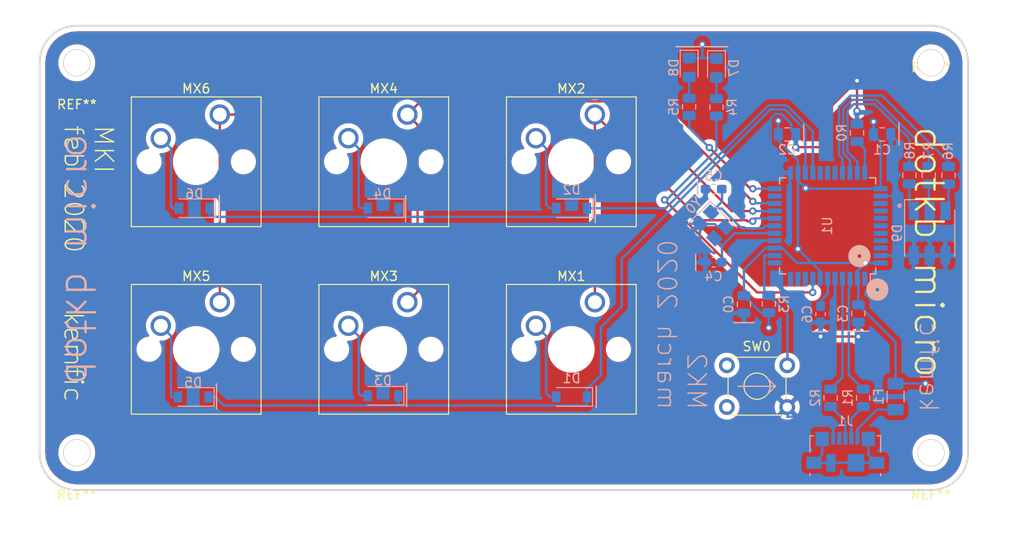
<source format=kicad_pcb>
(kicad_pcb (version 20171130) (host pcbnew 5.1.5-52549c5~84~ubuntu18.04.1)
  (layers (0 F.Cu signal) (31 B.Cu signal) (34 B.Paste user) (35 F.Paste user) (36 B.SilkS user) (37 F.SilkS user) (38 B.Mask user) (39 F.Mask user) (44 Edge.Cuts user))
  (net 0 "")
  (net 1 GND)
  (net 2 +5V)
  (net 3 "Net-(C4-Pad1)")
  (net 4 "Net-(C5-Pad1)")
  (net 5 "Net-(C6-Pad1)")
  (net 6 "Net-(D1-Pad2)")
  (net 7 ROW0)
  (net 8 ROW1)
  (net 9 "Net-(D2-Pad2)")
  (net 10 "Net-(D3-Pad2)")
  (net 11 "Net-(D4-Pad2)")
  (net 12 "Net-(D5-Pad2)")
  (net 13 "Net-(D6-Pad2)")
  (net 14 "Net-(F1-Pad2)")
  (net 15 "Net-(J1-Pad2)")
  (net 16 "Net-(J1-Pad3)")
  (net 17 "Net-(J1-Pad4)")
  (net 18 "Net-(J1-Pad6)")
  (net 19 COL0)
  (net 20 COL1)
  (net 21 COL2)
  (net 22 "Net-(R0-Pad2)")
  (net 23 "Net-(R1-Pad1)")
  (net 24 "Net-(R2-Pad1)")
  (net 25 "Net-(R3-Pad2)")
  (net 26 "Net-(U1-Pad1)")
  (net 27 "Net-(U1-Pad9)")
  (net 28 "Net-(U1-Pad10)")
  (net 29 "Net-(U1-Pad11)")
  (net 30 "Net-(U1-Pad12)")
  (net 31 "Net-(U1-Pad27)")
  (net 32 "Net-(U1-Pad28)")
  (net 33 "Net-(U1-Pad29)")
  (net 34 "Net-(U1-Pad36)")
  (net 35 "Net-(U1-Pad37)")
  (net 36 "Net-(U1-Pad38)")
  (net 37 "Net-(U1-Pad39)")
  (net 38 "Net-(U1-Pad40)")
  (net 39 "Net-(U1-Pad41)")
  (net 40 "Net-(U1-Pad42)")
  (net 41 "Net-(U1-Pad21)")
  (net 42 "Net-(D7-Pad2)")
  (net 43 "Net-(D8-Pad2)")
  (net 44 "Net-(R4-Pad2)")
  (net 45 "Net-(R5-Pad2)")
  (net 46 "Net-(D9-Pad5)")
  (net 47 "Net-(R6-Pad2)")
  (net 48 "Net-(R7-Pad2)")
  (net 49 "Net-(R8-Pad2)")
  (net 50 "Net-(D9-Pad1)")
  (net 51 "Net-(D9-Pad3)")
  (module Button_Switch_THT:SW_TH_Tactile_Omron_B3F-10xx (layer F.Cu) (at 134.9756 108.9152 180)
    (fp_text reference SW0 (at 3.2766 6.5278 180) (layer F.SilkS))
    (fp_text value SW_Push)
    (pad 4 thru_hole circle (at 6.5 4.5 180) (size 1.7 1.7) (drill 1) (layers *.Cu *.Mask))
    (pad 2 thru_hole circle (at 0 4.5 180) (size 1.7 1.7) (drill 1) (layers *.Cu *.Mask) (net 25 "Net-(R3-Pad2)"))
    (pad 3 thru_hole circle (at 6.5 0 180) (size 1.7 1.7) (drill 1) (layers *.Cu *.Mask))
    (pad 1 thru_hole circle (at 0 0 180) (size 1.7 1.7) (drill 1) (layers *.Cu *.Mask) (net 1 GND))
  )
  (module hole:hole (layer F.Cu) (at 58.4708 75.8312)
    (fp_text reference REF** (at 0 0.5) (layer F.SilkS))
    (fp_text value hole)
    (pad "" np_thru_hole circle (at -0.0127 -3.9884) (size 2.75 2.75) (drill 2.75) (layers *.Cu *.Mask))
  )
  (module hole:hole (layer F.Cu) (at 58.4708 117.8428)
    (fp_text reference REF** (at 0 0.5) (layer F.SilkS))
    (fp_text value hole)
    (pad "" np_thru_hole circle (at -0.0127 -4) (size 2.75 2.75) (drill 2.75) (layers *.Cu *.Mask))
  )
  (module hole:hole (layer F.Cu) (at 150.4581 117.8428)
    (fp_text reference REF** (at 0 0.5) (layer F.SilkS))
    (fp_text value hole)
    (pad "" np_thru_hole circle (at 0 -4) (size 2.75 2.75) (drill 2.75) (layers *.Cu *.Mask))
  )
  (module hole:hole (layer F.Cu) (at 150.4696 71.8312)
    (fp_text reference REF** (at 0 0.5) (layer F.SilkS))
    (fp_text value hole)
    (pad "" np_thru_hole circle (at -0.0115 0.0116) (size 2.75 2.75) (drill 2.75) (layers *.Cu *.Mask))
  )
  (module Capacitor_SMD:C_0603_1608Metric_Pad1.05x0.95mm_HandSolder (layer B.Cu) (at 138.5697 98.9203 270)
    (fp_text reference C6 (at 0 1.43 90) (layer B.SilkS) (effects (justify mirror)))
    (fp_text value 1uF)
    (pad 2 smd roundrect (at 0.875 0 270) (size 1.05 0.95) (layers B.Cu B.Paste B.Mask) (net 1 GND))
    (pad 1 smd roundrect (at -0.875 0 270) (size 1.05 0.95) (layers B.Cu B.Paste B.Mask) (net 5 "Net-(C6-Pad1)"))
  )
  (module Capacitor_SMD:C_0603_1608Metric_Pad1.05x0.95mm_HandSolder (layer B.Cu) (at 127.0508 85.4456 180)
    (fp_text reference C5 (at 0 1.43) (layer B.SilkS) (effects (justify mirror)))
    (fp_text value 22pF)
    (pad 2 smd roundrect (at 0.875 0 180) (size 1.05 0.95) (layers B.Cu B.Paste B.Mask) (net 1 GND))
    (pad 1 smd roundrect (at -0.875 0 180) (size 1.05 0.95) (layers B.Cu B.Paste B.Mask) (net 4 "Net-(C5-Pad1)"))
  )
  (module Capacitor_SMD:C_0603_1608Metric_Pad1.05x0.95mm_HandSolder (layer B.Cu) (at 127.0508 93.3196 180)
    (fp_text reference C4 (at 0 -1.524) (layer B.SilkS) (effects (justify mirror)))
    (fp_text value 22pF)
    (pad 2 smd roundrect (at 0.875 0 180) (size 1.05 0.95) (layers B.Cu B.Paste B.Mask) (net 1 GND))
    (pad 1 smd roundrect (at -0.875 0 180) (size 1.05 0.95) (layers B.Cu B.Paste B.Mask) (net 3 "Net-(C4-Pad1)"))
  )
  (module Resistor_SMD:R_0805_2012Metric (layer B.Cu) (at 139.6492 107.9269 270)
    (fp_text reference R2 (at 0 1.65 90) (layer B.SilkS) (effects (justify mirror)))
    (fp_text value 22)
    (pad 2 smd roundrect (at 0.9375 0 270) (size 0.975 1.4) (layers B.Cu B.Paste B.Mask) (net 16 "Net-(J1-Pad3)"))
    (pad 1 smd roundrect (at -0.9375 0 270) (size 0.975 1.4) (layers B.Cu B.Paste B.Mask) (net 24 "Net-(R2-Pad1)"))
  )
  (module Resistor_SMD:R_0805_2012Metric (layer B.Cu) (at 143.1544 107.9269 270)
    (fp_text reference R1 (at 0 1.65 90) (layer B.SilkS) (effects (justify mirror)))
    (fp_text value 22)
    (pad 2 smd roundrect (at 0.9375 0 270) (size 0.975 1.4) (layers B.Cu B.Paste B.Mask) (net 15 "Net-(J1-Pad2)"))
    (pad 1 smd roundrect (at -0.9375 0 270) (size 0.975 1.4) (layers B.Cu B.Paste B.Mask) (net 23 "Net-(R1-Pad1)"))
  )
  (module adafruit_led:LED_RGB_5050-6-135 (layer B.Cu) (at 150.3172 90.1824 270)
    (fp_text reference D9 (at 0 3.5 90) (layer B.SilkS) (effects (justify mirror)))
    (fp_text value LED_RGB_OTHER)
    (pad 1 smd rect (at -2.4 1.7 180) (size 1.1 2) (layers B.Cu B.Paste B.Mask) (net 50 "Net-(D9-Pad1)"))
    (pad 3 smd rect (at -2.4 0 180) (size 1.1 2) (layers B.Cu B.Paste B.Mask) (net 51 "Net-(D9-Pad3)"))
    (pad 5 smd rect (at -2.4 -1.7 180) (size 1.1 2) (layers B.Cu B.Paste B.Mask) (net 46 "Net-(D9-Pad5)"))
    (pad 6 smd rect (at 2.4 -1.7 180) (size 1.1 2) (layers B.Cu B.Paste B.Mask) (net 1 GND))
    (pad 4 smd rect (at 2.4 0 180) (size 1.1 2) (layers B.Cu B.Paste B.Mask) (net 1 GND))
    (pad 2 smd rect (at 2.4 1.7 180) (size 1.1 2) (layers B.Cu B.Paste B.Mask) (net 1 GND))
  )
  (module Resistor_SMD:R_0805_2012Metric (layer B.Cu) (at 148.1328 83.9493 90)
    (fp_text reference R8 (at 2.6693 0.0508 90) (layer B.SilkS) (effects (justify mirror)))
    (fp_text value 330)
    (pad 2 smd roundrect (at 0.9375 0 90) (size 0.975 1.4) (layers B.Cu B.Paste B.Mask) (net 49 "Net-(R8-Pad2)"))
    (pad 1 smd roundrect (at -0.9375 0 90) (size 0.975 1.4) (layers B.Cu B.Paste B.Mask) (net 50 "Net-(D9-Pad1)"))
  )
  (module Resistor_SMD:R_0805_2012Metric (layer B.Cu) (at 150.2156 83.9493 90)
    (fp_text reference R7 (at 2.6693 0 90) (layer B.SilkS) (effects (justify mirror)))
    (fp_text value 330)
    (pad 2 smd roundrect (at 0.9375 0 90) (size 0.975 1.4) (layers B.Cu B.Paste B.Mask) (net 48 "Net-(R7-Pad2)"))
    (pad 1 smd roundrect (at -0.9375 0 90) (size 0.975 1.4) (layers B.Cu B.Paste B.Mask) (net 51 "Net-(D9-Pad3)"))
  )
  (module Resistor_SMD:R_0805_2012Metric (layer B.Cu) (at 152.3492 83.9493 90)
    (fp_text reference R6 (at 2.6185 -0.0508 90) (layer B.SilkS) (effects (justify mirror)))
    (fp_text value 330)
    (pad 2 smd roundrect (at 0.9375 0 90) (size 0.975 1.4) (layers B.Cu B.Paste B.Mask) (net 47 "Net-(R6-Pad2)"))
    (pad 1 smd roundrect (at -0.9375 0 90) (size 0.975 1.4) (layers B.Cu B.Paste B.Mask) (net 46 "Net-(D9-Pad5)"))
  )
  (module Resistor_SMD:R_0805_2012Metric (layer B.Cu) (at 124.4092 76.5787 270)
    (fp_text reference R5 (at 0 1.65 90) (layer B.SilkS) (effects (justify mirror)))
    (fp_text value 330)
    (pad 2 smd roundrect (at 0.9375 0 270) (size 0.975 1.4) (layers B.Cu B.Paste B.Mask) (net 45 "Net-(R5-Pad2)"))
    (pad 1 smd roundrect (at -0.9375 0 270) (size 0.975 1.4) (layers B.Cu B.Paste B.Mask) (net 43 "Net-(D8-Pad2)"))
  )
  (module Resistor_SMD:R_0805_2012Metric (layer B.Cu) (at 127.3556 76.6295 270)
    (fp_text reference R4 (at 0 -1.6764 90) (layer B.SilkS) (effects (justify mirror)))
    (fp_text value 330)
    (pad 2 smd roundrect (at 0.9375 0 270) (size 0.975 1.4) (layers B.Cu B.Paste B.Mask) (net 44 "Net-(R4-Pad2)"))
    (pad 1 smd roundrect (at -0.9375 0 270) (size 0.975 1.4) (layers B.Cu B.Paste B.Mask) (net 42 "Net-(D7-Pad2)"))
  )
  (module LED_SMD:LED_0805_2012Metric_Pad1.15x1.40mm_HandSolder (layer B.Cu) (at 124.4092 72.3482 270)
    (fp_text reference D8 (at 0 1.65 90) (layer B.SilkS) (effects (justify mirror)))
    (fp_text value LED_GRN)
    (pad 2 smd roundrect (at 1.025 0 270) (size 1.15 1.4) (layers B.Cu B.Paste B.Mask) (roundrect_rratio 0.217391) (net 43 "Net-(D8-Pad2)"))
    (pad 1 smd roundrect (at -1.025 0 270) (size 1.15 1.4) (layers B.Cu B.Paste B.Mask) (roundrect_rratio 0.217391) (net 2 +5V))
  )
  (module LED_SMD:LED_0805_2012Metric_Pad1.15x1.40mm_HandSolder (layer B.Cu) (at 127.3556 72.399 270)
    (fp_text reference D7 (at -0.009 -1.8796 90) (layer B.SilkS) (effects (justify mirror)))
    (fp_text value LED_YLW)
    (pad 2 smd roundrect (at 1.025 0 270) (size 1.15 1.4) (layers B.Cu B.Paste B.Mask) (roundrect_rratio 0.217391) (net 42 "Net-(D7-Pad2)"))
    (pad 1 smd roundrect (at -1.025 0 270) (size 1.15 1.4) (layers B.Cu B.Paste B.Mask) (roundrect_rratio 0.217391) (net 2 +5V))
  )
  (module Capacitor_SMD:C_0805_2012Metric (layer B.Cu) (at 130.3147 97.8512 270)
    (fp_text reference C0 (at 0 1.65 90) (layer B.SilkS) (effects (justify mirror)))
    (fp_text value 0.1uF)
    (pad 2 smd roundrect (at 0.9375 0 270) (size 0.975 1.4) (layers B.Cu B.Paste B.Mask) (net 1 GND))
    (pad 1 smd roundrect (at -0.9375 0 270) (size 0.975 1.4) (layers B.Cu B.Paste B.Mask) (net 2 +5V))
  )
  (module Capacitor_SMD:C_0805_2012Metric (layer B.Cu) (at 145.1968 79.5528)
    (fp_text reference C1 (at 0 1.65 180) (layer B.SilkS) (effects (justify mirror)))
    (fp_text value 0.1uF)
    (pad 1 smd roundrect (at -0.9375 0) (size 0.975 1.4) (layers B.Cu B.Paste B.Mask) (net 2 +5V))
    (pad 2 smd roundrect (at 0.9375 0) (size 0.975 1.4) (layers B.Cu B.Paste B.Mask) (net 1 GND))
  )
  (module Capacitor_SMD:C_0805_2012Metric (layer B.Cu) (at 134.9652 79.5528)
    (fp_text reference C2 (at 0 1.65) (layer B.SilkS) (effects (justify mirror)))
    (fp_text value 0.1uF)
    (pad 1 smd roundrect (at -0.9375 0) (size 0.975 1.4) (layers B.Cu B.Paste B.Mask) (net 2 +5V))
    (pad 2 smd roundrect (at 0.9375 0) (size 0.975 1.4) (layers B.Cu B.Paste B.Mask) (net 1 GND))
  )
  (module Capacitor_SMD:C_0805_2012Metric (layer B.Cu) (at 142.6337 98.8418 270)
    (fp_text reference C3 (at 0 1.65 90) (layer B.SilkS) (effects (justify mirror)))
    (fp_text value 10uF)
    (pad 1 smd roundrect (at -0.9375 0 270) (size 0.975 1.4) (layers B.Cu B.Paste B.Mask) (net 2 +5V))
    (pad 2 smd roundrect (at 0.9375 0 270) (size 0.975 1.4) (layers B.Cu B.Paste B.Mask) (net 1 GND))
  )
  (module Diode_SMD:D_SOD-123 (layer B.Cu) (at 111.76 107.823 180)
    (fp_text reference D1 (at 0 2 180) (layer B.SilkS) (effects (justify mirror)))
    (fp_text value *)
    (pad 2 smd rect (at 1.65 0 180) (size 0.9 1.2) (layers B.Cu B.Paste B.Mask) (net 6 "Net-(D1-Pad2)"))
    (pad 1 smd rect (at -1.65 0 180) (size 0.9 1.2) (layers B.Cu B.Paste B.Mask) (net 7 ROW0))
  )
  (module Diode_SMD:D_SOD-123 (layer B.Cu) (at 111.759 87.503 180)
    (fp_text reference D2 (at 0 2 180) (layer B.SilkS) (effects (justify mirror)))
    (fp_text value *)
    (pad 1 smd rect (at -1.65 0 180) (size 0.9 1.2) (layers B.Cu B.Paste B.Mask) (net 8 ROW1))
    (pad 2 smd rect (at 1.65 0 180) (size 0.9 1.2) (layers B.Cu B.Paste B.Mask) (net 9 "Net-(D2-Pad2)"))
  )
  (module Diode_SMD:D_SOD-123 (layer B.Cu) (at 91.44 107.696 180)
    (fp_text reference D3 (at 0 1.6256 180) (layer B.SilkS) (effects (justify mirror)))
    (fp_text value *)
    (pad 1 smd rect (at -1.65 0 180) (size 0.9 1.2) (layers B.Cu B.Paste B.Mask) (net 7 ROW0))
    (pad 2 smd rect (at 1.65 0 180) (size 0.9 1.2) (layers B.Cu B.Paste B.Mask) (net 10 "Net-(D3-Pad2)"))
  )
  (module Diode_SMD:D_SOD-123 (layer B.Cu) (at 91.439 87.503 180)
    (fp_text reference D4 (at 0.0498 1.5494 180) (layer B.SilkS) (effects (justify mirror)))
    (fp_text value *)
    (pad 2 smd rect (at 1.65 0 180) (size 0.9 1.2) (layers B.Cu B.Paste B.Mask) (net 11 "Net-(D4-Pad2)"))
    (pad 1 smd rect (at -1.65 0 180) (size 0.9 1.2) (layers B.Cu B.Paste B.Mask) (net 8 ROW1))
  )
  (module Diode_SMD:D_SOD-123 (layer B.Cu) (at 70.994 107.823 180)
    (fp_text reference D5 (at 0 1.5494 180) (layer B.SilkS) (effects (justify mirror)))
    (fp_text value *)
    (pad 1 smd rect (at -1.65 0 180) (size 0.9 1.2) (layers B.Cu B.Paste B.Mask) (net 7 ROW0))
    (pad 2 smd rect (at 1.65 0 180) (size 0.9 1.2) (layers B.Cu B.Paste B.Mask) (net 12 "Net-(D5-Pad2)"))
  )
  (module Diode_SMD:D_SOD-123 (layer B.Cu) (at 71.121 87.503 180)
    (fp_text reference D6 (at 0.001 1.5494) (layer B.SilkS) (effects (justify mirror)))
    (fp_text value *)
    (pad 2 smd rect (at 1.65 0 180) (size 0.9 1.2) (layers B.Cu B.Paste B.Mask) (net 13 "Net-(D6-Pad2)"))
    (pad 1 smd rect (at -1.65 0 180) (size 0.9 1.2) (layers B.Cu B.Paste B.Mask) (net 8 ROW1))
  )
  (module Fuse:Fuse_1206_3216Metric (layer B.Cu) (at 146.6469 107.7946 270)
    (fp_text reference F1 (at 0 1.82 270) (layer B.SilkS) (effects (justify mirror)))
    (fp_text value 500mA)
    (pad 1 smd roundrect (at -1.4 0 270) (size 1.25 1.75) (layers B.Cu B.Paste B.Mask) (roundrect_rratio 0.2) (net 2 +5V))
    (pad 2 smd roundrect (at 1.4 0 270) (size 1.25 1.75) (layers B.Cu B.Paste B.Mask) (roundrect_rratio 0.2) (net 14 "Net-(F1-Pad2)"))
  )
  (module Connector_USB:USB_Micro-B_Molex_47346-0001 (layer B.Cu) (at 141.2297 113.7223 180)
    (fp_text reference J1 (at 0 3.3 180) (layer B.SilkS) (effects (justify mirror)))
    (fp_text value USB_B_Mini)
    (pad 1 smd rect (at -1.3 1.46 180) (size 0.45 1.38) (layers B.Cu B.Paste B.Mask) (net 14 "Net-(F1-Pad2)"))
    (pad 2 smd rect (at -0.65 1.46 180) (size 0.45 1.38) (layers B.Cu B.Paste B.Mask) (net 15 "Net-(J1-Pad2)"))
    (pad 3 smd rect (at 0 1.46 180) (size 0.45 1.38) (layers B.Cu B.Paste B.Mask) (net 16 "Net-(J1-Pad3)"))
    (pad 4 smd rect (at 0.65 1.46 180) (size 0.45 1.38) (layers B.Cu B.Paste B.Mask) (net 17 "Net-(J1-Pad4)"))
    (pad 5 smd rect (at 1.3 1.46 180) (size 0.45 1.38) (layers B.Cu B.Paste B.Mask) (net 1 GND))
    (pad 6 smd rect (at -2.4875 1.375 180) (size 1.425 1.55) (layers B.Cu B.Paste B.Mask) (net 18 "Net-(J1-Pad6)"))
    (pad 6 smd rect (at 2.4875 1.375 180) (size 1.425 1.55) (layers B.Cu B.Paste B.Mask) (net 18 "Net-(J1-Pad6)"))
    (pad 6 smd rect (at -3.375 -1.2 180) (size 1.65 1.3) (layers B.Cu B.Paste B.Mask) (net 18 "Net-(J1-Pad6)"))
    (pad 6 smd rect (at 3.375 -1.2 180) (size 1.65 1.3) (layers B.Cu B.Paste B.Mask) (net 18 "Net-(J1-Pad6)"))
    (pad 6 smd rect (at -1.15 -1.2 180) (size 1.8 1.9) (layers B.Cu B.Paste B.Mask) (net 18 "Net-(J1-Pad6)"))
    (pad 6 smd rect (at 1.55 -1.2 180) (size 1 1.9) (layers B.Cu B.Paste B.Mask) (net 18 "Net-(J1-Pad6)"))
  )
  (module Button_Switch_Keyboard:SW_Cherry_MX_1.00u_PCB (layer F.Cu) (at 114.262001 97.618001)
    (fp_text reference MX1 (at -2.54 -2.794) (layer F.SilkS))
    (fp_text value MX-NoLED)
    (pad "" np_thru_hole circle (at 2.54 5.08) (size 1.7 1.7) (drill 1.7) (layers *.Cu *.Mask))
    (pad "" np_thru_hole circle (at -7.62 5.08) (size 1.7 1.7) (drill 1.7) (layers *.Cu *.Mask))
    (pad "" np_thru_hole circle (at -2.54 5.08) (size 4 4) (drill 4) (layers *.Cu *.Mask))
    (pad 2 thru_hole circle (at -6.35 2.54) (size 2.2 2.2) (drill 1.5) (layers *.Cu *.Mask) (net 6 "Net-(D1-Pad2)"))
    (pad 1 thru_hole circle (at 0 0) (size 2.2 2.2) (drill 1.5) (layers *.Cu *.Mask) (net 19 COL0))
  )
  (module Button_Switch_Keyboard:SW_Cherry_MX_1.00u_PCB (layer F.Cu) (at 114.262001 77.418001)
    (fp_text reference MX2 (at -2.54 -2.794) (layer F.SilkS))
    (fp_text value MX-NoLED)
    (pad "" np_thru_hole circle (at 2.54 5.08) (size 1.7 1.7) (drill 1.7) (layers *.Cu *.Mask))
    (pad "" np_thru_hole circle (at -7.62 5.08) (size 1.7 1.7) (drill 1.7) (layers *.Cu *.Mask))
    (pad "" np_thru_hole circle (at -2.54 5.08) (size 4 4) (drill 4) (layers *.Cu *.Mask))
    (pad 2 thru_hole circle (at -6.35 2.54) (size 2.2 2.2) (drill 1.5) (layers *.Cu *.Mask) (net 9 "Net-(D2-Pad2)"))
    (pad 1 thru_hole circle (at 0 0) (size 2.2 2.2) (drill 1.5) (layers *.Cu *.Mask) (net 19 COL0))
  )
  (module Button_Switch_Keyboard:SW_Cherry_MX_1.00u_PCB (layer F.Cu) (at 94.062001 97.618001)
    (fp_text reference MX3 (at -2.54 -2.794) (layer F.SilkS))
    (fp_text value MX-NoLED)
    (pad 1 thru_hole circle (at 0 0) (size 2.2 2.2) (drill 1.5) (layers *.Cu *.Mask) (net 20 COL1))
    (pad 2 thru_hole circle (at -6.35 2.54) (size 2.2 2.2) (drill 1.5) (layers *.Cu *.Mask) (net 10 "Net-(D3-Pad2)"))
    (pad "" np_thru_hole circle (at -2.54 5.08) (size 4 4) (drill 4) (layers *.Cu *.Mask))
    (pad "" np_thru_hole circle (at -7.62 5.08) (size 1.7 1.7) (drill 1.7) (layers *.Cu *.Mask))
    (pad "" np_thru_hole circle (at 2.54 5.08) (size 1.7 1.7) (drill 1.7) (layers *.Cu *.Mask))
  )
  (module Button_Switch_Keyboard:SW_Cherry_MX_1.00u_PCB (layer F.Cu) (at 94.062001 77.418001)
    (fp_text reference MX4 (at -2.54 -2.794) (layer F.SilkS))
    (fp_text value MX-NoLED)
    (pad 1 thru_hole circle (at 0 0) (size 2.2 2.2) (drill 1.5) (layers *.Cu *.Mask) (net 20 COL1))
    (pad 2 thru_hole circle (at -6.35 2.54) (size 2.2 2.2) (drill 1.5) (layers *.Cu *.Mask) (net 11 "Net-(D4-Pad2)"))
    (pad "" np_thru_hole circle (at -2.54 5.08) (size 4 4) (drill 4) (layers *.Cu *.Mask))
    (pad "" np_thru_hole circle (at -7.62 5.08) (size 1.7 1.7) (drill 1.7) (layers *.Cu *.Mask))
    (pad "" np_thru_hole circle (at 2.54 5.08) (size 1.7 1.7) (drill 1.7) (layers *.Cu *.Mask))
  )
  (module Button_Switch_Keyboard:SW_Cherry_MX_1.00u_PCB (layer F.Cu) (at 73.862001 97.618001)
    (fp_text reference MX5 (at -2.54 -2.794) (layer F.SilkS))
    (fp_text value MX-NoLED)
    (pad 1 thru_hole circle (at 0 0) (size 2.2 2.2) (drill 1.5) (layers *.Cu *.Mask) (net 21 COL2))
    (pad 2 thru_hole circle (at -6.35 2.54) (size 2.2 2.2) (drill 1.5) (layers *.Cu *.Mask) (net 12 "Net-(D5-Pad2)"))
    (pad "" np_thru_hole circle (at -2.54 5.08) (size 4 4) (drill 4) (layers *.Cu *.Mask))
    (pad "" np_thru_hole circle (at -7.62 5.08) (size 1.7 1.7) (drill 1.7) (layers *.Cu *.Mask))
    (pad "" np_thru_hole circle (at 2.54 5.08) (size 1.7 1.7) (drill 1.7) (layers *.Cu *.Mask))
  )
  (module Button_Switch_Keyboard:SW_Cherry_MX_1.00u_PCB (layer F.Cu) (at 73.862001 77.418001)
    (fp_text reference MX6 (at -2.54 -2.794) (layer F.SilkS))
    (fp_text value MX-NoLED)
    (pad "" np_thru_hole circle (at 2.54 5.08) (size 1.7 1.7) (drill 1.7) (layers *.Cu *.Mask))
    (pad "" np_thru_hole circle (at -7.62 5.08) (size 1.7 1.7) (drill 1.7) (layers *.Cu *.Mask))
    (pad "" np_thru_hole circle (at -2.54 5.08) (size 4 4) (drill 4) (layers *.Cu *.Mask))
    (pad 2 thru_hole circle (at -6.35 2.54) (size 2.2 2.2) (drill 1.5) (layers *.Cu *.Mask) (net 13 "Net-(D6-Pad2)"))
    (pad 1 thru_hole circle (at 0 0) (size 2.2 2.2) (drill 1.5) (layers *.Cu *.Mask) (net 21 COL2))
  )
  (module Resistor_SMD:R_0805_2012Metric (layer B.Cu) (at 142.494 79.3773 270)
    (fp_text reference R0 (at 0 1.65 270) (layer B.SilkS) (effects (justify mirror)))
    (fp_text value 10k)
    (pad 1 smd roundrect (at -0.9375 0 270) (size 0.975 1.4) (layers B.Cu B.Paste B.Mask) (net 1 GND))
    (pad 2 smd roundrect (at 0.9375 0 270) (size 0.975 1.4) (layers B.Cu B.Paste B.Mask) (net 22 "Net-(R0-Pad2)"))
  )
  (module Resistor_SMD:R_0805_2012Metric (layer B.Cu) (at 132.9944 97.8131 90)
    (fp_text reference R3 (at 0 1.65 90) (layer B.SilkS) (effects (justify mirror)))
    (fp_text value 10k)
    (pad 2 smd roundrect (at 0.9375 0 90) (size 0.975 1.4) (layers B.Cu B.Paste B.Mask) (net 25 "Net-(R3-Pad2)"))
    (pad 1 smd roundrect (at -0.9375 0 90) (size 0.975 1.4) (layers B.Cu B.Paste B.Mask) (net 2 +5V))
  )
  (module Package_QFP:TQFP-44_10x10mm_P0.8mm (layer B.Cu) (at 139.3317 89.3953 90)
    (fp_text reference U1 (at 0 -0.0381 90) (layer B.SilkS) (effects (justify mirror)))
    (fp_text value ATmega32U4-AU)
    (pad 1 smd rect (at -5.7 4 90) (size 1.5 0.55) (layers B.Cu B.Paste B.Mask) (net 26 "Net-(U1-Pad1)"))
    (pad 2 smd rect (at -5.7 3.2 90) (size 1.5 0.55) (layers B.Cu B.Paste B.Mask) (net 2 +5V))
    (pad 3 smd rect (at -5.7 2.4 90) (size 1.5 0.55) (layers B.Cu B.Paste B.Mask) (net 23 "Net-(R1-Pad1)"))
    (pad 4 smd rect (at -5.7 1.6 90) (size 1.5 0.55) (layers B.Cu B.Paste B.Mask) (net 24 "Net-(R2-Pad1)"))
    (pad 5 smd rect (at -5.7 0.8 90) (size 1.5 0.55) (layers B.Cu B.Paste B.Mask) (net 1 GND))
    (pad 6 smd rect (at -5.7 0 90) (size 1.5 0.55) (layers B.Cu B.Paste B.Mask) (net 5 "Net-(C6-Pad1)"))
    (pad 7 smd rect (at -5.7 -0.8 90) (size 1.5 0.55) (layers B.Cu B.Paste B.Mask) (net 2 +5V))
    (pad 8 smd rect (at -5.7 -1.6 90) (size 1.5 0.55) (layers B.Cu B.Paste B.Mask) (net 44 "Net-(R4-Pad2)"))
    (pad 9 smd rect (at -5.7 -2.4 90) (size 1.5 0.55) (layers B.Cu B.Paste B.Mask) (net 27 "Net-(U1-Pad9)"))
    (pad 10 smd rect (at -5.7 -3.2 90) (size 1.5 0.55) (layers B.Cu B.Paste B.Mask) (net 28 "Net-(U1-Pad10)"))
    (pad 11 smd rect (at -5.7 -4 90) (size 1.5 0.55) (layers B.Cu B.Paste B.Mask) (net 29 "Net-(U1-Pad11)"))
    (pad 12 smd rect (at -4 -5.7) (size 1.5 0.55) (layers B.Cu B.Paste B.Mask) (net 30 "Net-(U1-Pad12)"))
    (pad 13 smd rect (at -3.2 -5.7) (size 1.5 0.55) (layers B.Cu B.Paste B.Mask) (net 25 "Net-(R3-Pad2)"))
    (pad 14 smd rect (at -2.4 -5.7) (size 1.5 0.55) (layers B.Cu B.Paste B.Mask) (net 2 +5V))
    (pad 15 smd rect (at -1.6 -5.7) (size 1.5 0.55) (layers B.Cu B.Paste B.Mask) (net 1 GND))
    (pad 16 smd rect (at -0.8 -5.7) (size 1.5 0.55) (layers B.Cu B.Paste B.Mask) (net 3 "Net-(C4-Pad1)"))
    (pad 17 smd rect (at 0 -5.7) (size 1.5 0.55) (layers B.Cu B.Paste B.Mask) (net 4 "Net-(C5-Pad1)"))
    (pad 18 smd rect (at 0.8 -5.7) (size 1.5 0.55) (layers B.Cu B.Paste B.Mask) (net 19 COL0))
    (pad 19 smd rect (at 1.6 -5.7) (size 1.5 0.55) (layers B.Cu B.Paste B.Mask) (net 20 COL1))
    (pad 20 smd rect (at 2.4 -5.7) (size 1.5 0.55) (layers B.Cu B.Paste B.Mask) (net 21 COL2))
    (pad 21 smd rect (at 3.2 -5.7) (size 1.5 0.55) (layers B.Cu B.Paste B.Mask) (net 41 "Net-(U1-Pad21)"))
    (pad 22 smd rect (at 4 -5.7) (size 1.5 0.55) (layers B.Cu B.Paste B.Mask) (net 45 "Net-(R5-Pad2)"))
    (pad 23 smd rect (at 5.7 -4 90) (size 1.5 0.55) (layers B.Cu B.Paste B.Mask) (net 1 GND))
    (pad 24 smd rect (at 5.7 -3.2 90) (size 1.5 0.55) (layers B.Cu B.Paste B.Mask) (net 2 +5V))
    (pad 25 smd rect (at 5.7 -2.4 90) (size 1.5 0.55) (layers B.Cu B.Paste B.Mask) (net 7 ROW0))
    (pad 26 smd rect (at 5.7 -1.6 90) (size 1.5 0.55) (layers B.Cu B.Paste B.Mask) (net 8 ROW1))
    (pad 27 smd rect (at 5.7 -0.8 90) (size 1.5 0.55) (layers B.Cu B.Paste B.Mask) (net 31 "Net-(U1-Pad27)"))
    (pad 28 smd rect (at 5.7 0 90) (size 1.5 0.55) (layers B.Cu B.Paste B.Mask) (net 32 "Net-(U1-Pad28)"))
    (pad 29 smd rect (at 5.7 0.8 90) (size 1.5 0.55) (layers B.Cu B.Paste B.Mask) (net 33 "Net-(U1-Pad29)"))
    (pad 30 smd rect (at 5.7 1.6 90) (size 1.5 0.55) (layers B.Cu B.Paste B.Mask) (net 47 "Net-(R6-Pad2)"))
    (pad 31 smd rect (at 5.7 2.4 90) (size 1.5 0.55) (layers B.Cu B.Paste B.Mask) (net 48 "Net-(R7-Pad2)"))
    (pad 32 smd rect (at 5.7 3.2 90) (size 1.5 0.55) (layers B.Cu B.Paste B.Mask) (net 49 "Net-(R8-Pad2)"))
    (pad 33 smd rect (at 5.7 4 90) (size 1.5 0.55) (layers B.Cu B.Paste B.Mask) (net 22 "Net-(R0-Pad2)"))
    (pad 34 smd rect (at 4 5.7) (size 1.5 0.55) (layers B.Cu B.Paste B.Mask) (net 2 +5V))
    (pad 35 smd rect (at 3.2 5.7) (size 1.5 0.55) (layers B.Cu B.Paste B.Mask) (net 1 GND))
    (pad 36 smd rect (at 2.4 5.7) (size 1.5 0.55) (layers B.Cu B.Paste B.Mask) (net 34 "Net-(U1-Pad36)"))
    (pad 37 smd rect (at 1.6 5.7) (size 1.5 0.55) (layers B.Cu B.Paste B.Mask) (net 35 "Net-(U1-Pad37)"))
    (pad 38 smd rect (at 0.8 5.7) (size 1.5 0.55) (layers B.Cu B.Paste B.Mask) (net 36 "Net-(U1-Pad38)"))
    (pad 39 smd rect (at 0 5.7) (size 1.5 0.55) (layers B.Cu B.Paste B.Mask) (net 37 "Net-(U1-Pad39)"))
    (pad 40 smd rect (at -0.8 5.7) (size 1.5 0.55) (layers B.Cu B.Paste B.Mask) (net 38 "Net-(U1-Pad40)"))
    (pad 41 smd rect (at -1.6 5.7) (size 1.5 0.55) (layers B.Cu B.Paste B.Mask) (net 39 "Net-(U1-Pad41)"))
    (pad 42 smd rect (at -2.4 5.7) (size 1.5 0.55) (layers B.Cu B.Paste B.Mask) (net 40 "Net-(U1-Pad42)"))
    (pad 43 smd rect (at -3.2 5.7) (size 1.5 0.55) (layers B.Cu B.Paste B.Mask) (net 1 GND))
    (pad 44 smd rect (at -4 5.7) (size 1.5 0.55) (layers B.Cu B.Paste B.Mask) (net 2 +5V))
  )
  (module Crystal:Crystal_SMD_3225-4Pin_3.2x2.5mm (layer B.Cu) (at 126.9492 89.345523 315)
    (fp_text reference Y0 (at -2.937267 -0.063585 45) (layer B.SilkS) (effects (justify mirror)))
    (fp_text value 16MHz)
    (pad 1 smd rect (at -1.1 -0.85 315) (size 1.4 1.2) (layers B.Cu B.Paste B.Mask) (net 4 "Net-(C5-Pad1)"))
    (pad 2 smd rect (at 1.1 -0.85 315) (size 1.4 1.2) (layers B.Cu B.Paste B.Mask) (net 1 GND))
    (pad 3 smd rect (at 1.1 0.85 315) (size 1.4 1.2) (layers B.Cu B.Paste B.Mask) (net 3 "Net-(C4-Pad1)"))
    (pad 4 smd rect (at -1.1 0.85 315) (size 1.4 1.2) (layers B.Cu B.Paste B.Mask) (net 1 GND))
  )
  (gr_line (start 129.2352 99.822) (end 131.3688 99.822) (layer B.SilkS) (width 0.15))
  (gr_line (start 139.3444 100.7872) (end 137.7188 100.7872) (layer B.SilkS) (width 0.15))
  (gr_line (start 141.5288 100.7364) (end 143.764 100.7364) (layer B.SilkS) (width 0.15))
  (gr_line (start 147.0152 78.3336) (end 147.0152 80.6704) (layer B.SilkS) (width 0.15))
  (gr_line (start 136.7536 78.4352) (end 136.7536 80.6704) (layer B.SilkS) (width 0.15))
  (gr_line (start 125.3236 84.6836) (end 125.3236 86.0552) (layer B.SilkS) (width 0.15))
  (gr_line (start 125.1204 92.456) (end 125.1204 94.1832) (layer B.SilkS) (width 0.15))
  (gr_text "dotkb micro" (at 58.7756 106.7308 270) (layer B.SilkS) (effects (font (size 3 3) (thickness 0.25)) (justify left mirror)))
  (gr_text "MK2\nmarch 2020" (at 123.5964 109.3216 270) (layer B.SilkS) (effects (font (size 2 2)) (justify left mirror)))
  (gr_text kemfic (at 150.2156 99.568 270) (layer B.SilkS) (effects (font (size 2 2)) (justify right mirror)))
  (gr_line (start 133.7056 106.68) (end 132.7912 105.7656) (layer B.SilkS) (width 0.15))
  (gr_line (start 133.7056 106.68) (end 132.6896 107.696) (layer B.SilkS) (width 0.15))
  (gr_line (start 129.6924 106.68) (end 133.7056 106.68) (layer B.SilkS) (width 0.15))
  (gr_line (start 126.0856 70.104) (end 128.5748 70.104) (layer B.SilkS) (width 0.15))
  (gr_line (start 122.9868 70.104) (end 125.6792 70.104) (layer B.SilkS) (width 0.15))
  (gr_line (start 114.3 86.0552) (end 114.3 89.0524) (layer B.SilkS) (width 0.15))
  (gr_line (start 93.8784 86.1568) (end 93.8784 88.9508) (layer B.SilkS) (width 0.15))
  (gr_line (start 73.8124 86.106) (end 73.8124 88.8492) (layer B.SilkS) (width 0.15))
  (gr_line (start 73.5076 106.426) (end 73.5076 109.1184) (layer B.SilkS) (width 0.15))
  (gr_line (start 93.98 106.3752) (end 93.98 108.8644) (layer B.SilkS) (width 0.15))
  (gr_line (start 114.4016 106.68) (end 114.4016 108.966) (layer B.SilkS) (width 0.15))
  (gr_circle (center 147.066 87.2236) (end 146.9136 87.2744) (layer B.SilkS) (width 0.15))
  (gr_circle (center 142.7512 92.6592) (end 142.9512 92.6592) (layer B.SilkS) (width 1))
  (gr_circle (center 144.6784 96.266) (end 144.8784 96.266) (layer B.SilkS) (width 1))
  (gr_text kemfic (at 58.1152 108.5088 270) (layer F.SilkS) (effects (font (size 2 2)) (justify right)))
  (gr_text "MKI\nfeb 2020" (at 59.7408 78.4352 270) (layer F.SilkS) (effects (font (size 2 2)) (justify left)))
  (gr_text "dotkb micro" (at 150.2156 78.486 270) (layer F.SilkS) (effects (font (size 3 3) (thickness 0.25)) (justify left)))
  (gr_circle (center 58.4581 71.8428) (end 59.8331 71.8428) (layer Edge.Cuts) (width 0.2))
  (gr_circle (center 150.4581 71.8428) (end 151.8331 71.8428) (layer Edge.Cuts) (width 0.2))
  (gr_circle (center 150.4581 113.8428) (end 151.8331 113.8428) (layer Edge.Cuts) (width 0.2))
  (gr_circle (center 58.4581 113.8428) (end 59.8331 113.8428) (layer Edge.Cuts) (width 0.2))
  (gr_arc (start 150.4581 71.8428) (end 154.4581 71.8428) (angle -90) (layer Edge.Cuts) (width 0.2))
  (gr_line (start 150.4581 67.8428) (end 58.4581 67.8428) (layer Edge.Cuts) (width 0.2))
  (gr_arc (start 58.4581 71.8428) (end 58.4581 67.8428) (angle -90) (layer Edge.Cuts) (width 0.2))
  (gr_line (start 54.4581 71.8428) (end 54.4581 113.8428) (layer Edge.Cuts) (width 0.2))
  (gr_line (start 154.4581 113.8428) (end 154.4581 71.8428) (layer Edge.Cuts) (width 0.2))
  (gr_line (start 58.4581 117.8428) (end 150.4581 117.8428) (layer Edge.Cuts) (width 0.2))
  (gr_arc (start 150.4581 113.8428) (end 150.4581 117.8428) (angle -90) (layer Edge.Cuts) (width 0.2))
  (gr_arc (start 58.4581 113.8428) (end 54.4581 113.8428) (angle -90) (layer Edge.Cuts) (width 0.2))
  (via (at 142.6337 101.3206) (size 0.8) (drill 0.4) (layers F.Cu B.Cu) (net 1))
  (via (at 138.5697 101.3206) (size 0.8) (drill 0.4) (layers F.Cu B.Cu) (net 1))
  (segment (start 126.41887 89.168746) (end 125.570342 89.168746) (width 0.254) (layer B.Cu) (net 1))
  (segment (start 125.570342 92.825142) (end 125.570342 89.168746) (width 0.254) (layer B.Cu) (net 1))
  (segment (start 142.6337 101.3206) (end 138.5697 101.3206) (width 0.254) (layer F.Cu) (net 1))
  (segment (start 127.170144 89.212914) (end 126.463038 89.212914) (width 0.254) (layer B.Cu) (net 1))
  (segment (start 125.075367 88.673771) (end 125.570342 89.168746) (width 0.254) (layer B.Cu) (net 1))
  (segment (start 128.328058 89.5223) (end 127.47953 89.5223) (width 0.254) (layer B.Cu) (net 1))
  (segment (start 126.0775 93.3323) (end 125.570342 92.825142) (width 0.254) (layer B.Cu) (net 1))
  (segment (start 138.5697 109.9583) (end 138.5697 99.8578) (width 0.254) (layer B.Cu) (net 1))
  (segment (start 142.6337 99.7793) (end 142.6337 101.3206) (width 0.254) (layer B.Cu) (net 1))
  (segment (start 127.47953 89.5223) (end 127.170144 89.212914) (width 0.254) (layer B.Cu) (net 1))
  (segment (start 138.568 109.9566) (end 139.9297 111.3183) (width 0.254) (layer B.Cu) (net 1))
  (segment (start 135.001 109.9566) (end 138.568 109.9566) (width 0.254) (layer B.Cu) (net 1))
  (segment (start 126.463038 89.212914) (end 126.41887 89.168746) (width 0.254) (layer B.Cu) (net 1))
  (segment (start 126.0775 86.1583) (end 125.075367 87.160433) (width 0.254) (layer B.Cu) (net 1))
  (segment (start 126.0775 85.4583) (end 126.0775 86.1583) (width 0.254) (layer B.Cu) (net 1))
  (segment (start 125.075367 87.160433) (end 125.075367 88.673771) (width 0.254) (layer B.Cu) (net 1))
  (segment (start 139.9297 111.3183) (end 138.684 110.0836) (width 0.254) (layer B.Cu) (net 1))
  (segment (start 138.684 110.0836) (end 138.5697 109.9583) (width 0.254) (layer B.Cu) (net 1))
  (segment (start 125.570342 89.168746) (end 123.937254 89.168746) (width 0.254) (layer B.Cu) (net 1))
  (segment (start 123.937254 89.168746) (end 122.8852 90.2208) (width 0.254) (layer B.Cu) (net 1))
  (segment (start 145.0317 92.5953) (end 147.1037 92.5953) (width 0.254) (layer B.Cu) (net 1))
  (segment (start 145.0317 86.1953) (end 146.7997 86.1953) (width 0.254) (layer B.Cu) (net 1))
  (segment (start 140.1317 96.0993) (end 140.1572 96.1248) (width 0.254) (layer B.Cu) (net 1))
  (segment (start 140.1317 95.0953) (end 140.1317 96.0993) (width 0.254) (layer B.Cu) (net 1))
  (segment (start 140.1572 96.1248) (end 140.1572 97.4344) (width 0.254) (layer B.Cu) (net 1))
  (segment (start 133.6317 90.9953) (end 131.8135 90.9953) (width 0.254) (layer B.Cu) (net 1))
  (segment (start 135.9027 80.2528) (end 135.89 80.2655) (width 0.254) (layer B.Cu) (net 1))
  (segment (start 135.9027 79.5528) (end 135.9027 80.2528) (width 0.254) (layer B.Cu) (net 1))
  (segment (start 135.89 80.2655) (end 135.89 80.9244) (width 0.254) (layer B.Cu) (net 1))
  (segment (start 134.8027 83.6953) (end 135.3317 83.6953) (width 0.254) (layer B.Cu) (net 1))
  (segment (start 133.21319 82.10579) (end 134.8027 83.6953) (width 0.254) (layer B.Cu) (net 1))
  (segment (start 133.21319 77.800848) (end 133.21319 82.10579) (width 0.254) (layer B.Cu) (net 1))
  (segment (start 133.661439 77.352599) (end 133.21319 77.800848) (width 0.254) (layer B.Cu) (net 1))
  (segment (start 134.359361 77.352599) (end 133.661439 77.352599) (width 0.254) (layer B.Cu) (net 1))
  (segment (start 135.417173 79.067273) (end 135.417173 78.410411) (width 0.254) (layer B.Cu) (net 1))
  (segment (start 135.417173 78.410411) (end 134.359361 77.352599) (width 0.254) (layer B.Cu) (net 1))
  (segment (start 135.9027 79.5528) (end 135.417173 79.067273) (width 0.254) (layer B.Cu) (net 1))
  (segment (start 142.494 78.4398) (end 142.494 77.0128) (width 0.254) (layer B.Cu) (net 1))
  (segment (start 146.7997 80.2182) (end 146.1343 79.5528) (width 0.254) (layer B.Cu) (net 1))
  (segment (start 146.7997 86.1953) (end 146.7997 80.2182) (width 0.254) (layer B.Cu) (net 1))
  (via (at 142.494 77.0128) (size 0.8) (drill 0.4) (layers F.Cu B.Cu) (net 1))
  (segment (start 142.494 77.0128) (end 142.494 73.7616) (width 0.254) (layer F.Cu) (net 1))
  (via (at 142.494 73.7616) (size 0.8) (drill 0.4) (layers F.Cu B.Cu) (net 1))
  (segment (start 142.494 73.7616) (end 142.494 72.8472) (width 0.254) (layer B.Cu) (net 1))
  (segment (start 148.6172 93.8364) (end 148.59 93.8636) (width 0.254) (layer B.Cu) (net 1))
  (segment (start 148.6172 92.5824) (end 148.6172 93.8364) (width 0.254) (layer B.Cu) (net 1))
  (segment (start 148.59 93.8636) (end 148.59 94.3864) (width 0.254) (layer B.Cu) (net 1))
  (segment (start 150.3172 92.5824) (end 150.3172 94.3864) (width 0.254) (layer B.Cu) (net 1))
  (segment (start 152.0172 93.8364) (end 151.9936 93.86) (width 0.254) (layer B.Cu) (net 1))
  (segment (start 152.0172 92.5824) (end 152.0172 93.8364) (width 0.254) (layer B.Cu) (net 1))
  (segment (start 151.9936 93.86) (end 151.9936 94.3356) (width 0.254) (layer B.Cu) (net 1))
  (via (at 135.89 80.9244) (size 0.8) (drill 0.4) (layers F.Cu B.Cu) (net 1))
  (segment (start 139.0904 80.9244) (end 139.0904 80.9244) (width 0.254) (layer F.Cu) (net 1))
  (segment (start 139.0904 77.1652) (end 142.494 73.7616) (width 0.254) (layer F.Cu) (net 1))
  (segment (start 135.89 80.9244) (end 139.0904 80.9244) (width 0.254) (layer F.Cu) (net 1))
  (segment (start 139.0904 80.9244) (end 139.0904 77.1652) (width 0.254) (layer F.Cu) (net 1))
  (segment (start 126.77379 93.3323) (end 126.77379 93.3196) (width 0.254) (layer B.Cu) (net 1))
  (segment (start 126.0775 93.3323) (end 126.77379 93.3323) (width 0.254) (layer B.Cu) (net 1))
  (segment (start 135.001 108.9406) (end 134.9756 108.9152) (width 0.254) (layer B.Cu) (net 1))
  (segment (start 135.001 109.9566) (end 135.001 108.9406) (width 0.254) (layer B.Cu) (net 1))
  (segment (start 139.9297 111.3183) (end 139.9297 112.2623) (width 0.254) (layer B.Cu) (net 1))
  (segment (start 130.7321 102.1207) (end 139.9297 111.3183) (width 0.254) (layer B.Cu) (net 1))
  (segment (start 130.3147 98.7887) (end 130.3147 101.7033) (width 0.254) (layer B.Cu) (net 1))
  (segment (start 130.3147 101.7033) (end 130.7321 102.1207) (width 0.254) (layer B.Cu) (net 1))
  (segment (start 142.6337 95.1973) (end 142.5317 95.0953) (width 0.254) (layer B.Cu) (net 2))
  (segment (start 132.9944 98.7506) (end 132.1516 98.7506) (width 0.254) (layer B.Cu) (net 2))
  (segment (start 134.0277 79.5528) (end 134.0277 80.2528) (width 0.254) (layer B.Cu) (net 2))
  (segment (start 134.0277 80.2528) (end 136.1317 82.3568) (width 0.254) (layer B.Cu) (net 2))
  (segment (start 136.1317 82.3568) (end 136.1317 83.6953) (width 0.254) (layer B.Cu) (net 2))
  (segment (start 142.6337 97.9043) (end 142.6337 95.1973) (width 0.254) (layer B.Cu) (net 2))
  (segment (start 132.1516 98.7506) (end 130.3147 96.9137) (width 0.254) (layer B.Cu) (net 2))
  (segment (start 130.3147 94.1083) (end 132.6277 91.7953) (width 0.254) (layer B.Cu) (net 2))
  (segment (start 130.3147 96.9137) (end 130.3147 94.1083) (width 0.254) (layer B.Cu) (net 2))
  (segment (start 132.6277 91.7953) (end 133.6317 91.7953) (width 0.254) (layer B.Cu) (net 2))
  (segment (start 144.2593 78.8528) (end 144.272 78.8401) (width 0.254) (layer B.Cu) (net 2))
  (segment (start 144.272 78.8401) (end 144.272 78.1812) (width 0.254) (layer B.Cu) (net 2))
  (segment (start 134.0277 78.8528) (end 134.0104 78.8355) (width 0.254) (layer B.Cu) (net 2))
  (segment (start 134.0277 79.5528) (end 134.0277 78.8528) (width 0.254) (layer B.Cu) (net 2))
  (segment (start 134.0104 78.8355) (end 134.0104 78.0796) (width 0.254) (layer B.Cu) (net 2))
  (segment (start 147.5219 106.3946) (end 147.5413 106.3752) (width 0.254) (layer B.Cu) (net 2))
  (segment (start 146.6469 106.3946) (end 147.5219 106.3946) (width 0.254) (layer B.Cu) (net 2))
  (segment (start 147.5413 106.3752) (end 149.86 106.3752) (width 0.254) (layer B.Cu) (net 2))
  (via (at 149.86 106.3752) (size 0.8) (drill 0.4) (layers F.Cu B.Cu) (net 2))
  (via (at 134.0104 78.0796) (size 0.8) (drill 0.4) (layers F.Cu B.Cu) (net 2))
  (via (at 144.272 78.1812) (size 0.8) (drill 0.4) (layers F.Cu B.Cu) (net 2))
  (segment (start 144.272 78.1812) (end 144.272 76.9112) (width 0.254) (layer F.Cu) (net 2))
  (segment (start 134.0104 78.0796) (end 134.0104 77.0636) (width 0.254) (layer F.Cu) (net 2))
  (segment (start 132.9944 98.7506) (end 132.9944 100.3808) (width 0.254) (layer B.Cu) (net 2))
  (via (at 132.9944 100.3808) (size 0.8) (drill 0.4) (layers F.Cu B.Cu) (net 2))
  (segment (start 132.9944 100.3808) (end 132.9944 99.4664) (width 0.254) (layer F.Cu) (net 2))
  (segment (start 132.9944 99.4664) (end 132.5372 99.0092) (width 0.254) (layer F.Cu) (net 2))
  (segment (start 144.2593 78.1685) (end 144.2593 78.8528) (width 0.254) (layer B.Cu) (net 2))
  (segment (start 144.2593 78.8528) (end 144.2593 79.5528) (width 0.254) (layer B.Cu) (net 2))
  (segment (start 134.445302 91.7953) (end 133.6317 91.7953) (width 0.254) (layer B.Cu) (net 2))
  (segment (start 136.045302 93.3953) (end 134.445302 91.7953) (width 0.254) (layer B.Cu) (net 2))
  (segment (start 145.0317 93.3953) (end 143.3835 93.3953) (width 0.254) (layer B.Cu) (net 2))
  (segment (start 137.018098 85.3953) (end 145.0317 85.3953) (width 0.254) (layer B.Cu) (net 2))
  (segment (start 136.1317 84.508902) (end 136.961799 85.339001) (width 0.254) (layer B.Cu) (net 2))
  (segment (start 136.1317 83.6953) (end 136.1317 84.508902) (width 0.254) (layer B.Cu) (net 2))
  (segment (start 138.5317 94.281698) (end 138.5317 95.0953) (width 0.254) (layer B.Cu) (net 2))
  (segment (start 136.1317 91.881698) (end 138.5317 94.281698) (width 0.254) (layer B.Cu) (net 2))
  (segment (start 136.1317 83.6953) (end 136.1317 91.881698) (width 0.254) (layer B.Cu) (net 2))
  (segment (start 143.418098 93.3953) (end 145.0317 93.3953) (width 0.254) (layer B.Cu) (net 2))
  (segment (start 142.5317 94.281698) (end 143.418098 93.3953) (width 0.254) (layer B.Cu) (net 2))
  (segment (start 142.5317 95.0953) (end 142.5317 94.281698) (width 0.254) (layer B.Cu) (net 2))
  (via (at 136.1317 91.881698) (size 0.8) (drill 0.4) (layers F.Cu B.Cu) (net 2))
  (segment (start 143.3835 93.3953) (end 136.045302 93.3953) (width 0.254) (layer B.Cu) (net 2))
  (via (at 143.3835 93.3953) (size 0.8) (drill 0.4) (layers F.Cu B.Cu) (net 2))
  (segment (start 136.961799 85.339001) (end 137.018098 85.3953) (width 0.254) (layer B.Cu) (net 2))
  (via (at 136.961799 85.339001) (size 0.8) (drill 0.4) (layers F.Cu B.Cu) (net 2))
  (segment (start 136.961799 85.904686) (end 136.9568 85.909685) (width 0.254) (layer F.Cu) (net 2))
  (segment (start 136.961799 85.339001) (end 136.961799 85.904686) (width 0.254) (layer F.Cu) (net 2))
  (segment (start 136.1317 91.881698) (end 135.600702 91.881698) (width 0.254) (layer F.Cu) (net 2))
  (segment (start 143.3835 92.829615) (end 143.3576 92.803715) (width 0.254) (layer F.Cu) (net 2))
  (segment (start 143.3835 93.3953) (end 143.3835 92.829615) (width 0.254) (layer F.Cu) (net 2))
  (segment (start 143.3576 92.803715) (end 143.3576 92.6592) (width 0.254) (layer F.Cu) (net 2))
  (segment (start 127.3048 71.3232) (end 127.3556 71.374) (width 0.254) (layer B.Cu) (net 2))
  (segment (start 125.8316 71.3232) (end 125.8316 69.85) (width 0.254) (layer B.Cu) (net 2))
  (segment (start 125.8316 71.3232) (end 127.3048 71.3232) (width 0.254) (layer B.Cu) (net 2))
  (segment (start 124.4092 71.3232) (end 125.8316 71.3232) (width 0.254) (layer B.Cu) (net 2))
  (via (at 125.8316 69.85) (size 0.8) (drill 0.4) (layers F.Cu B.Cu) (net 2))
  (segment (start 125.8316 69.85) (end 124.968 69.85) (width 0.254) (layer F.Cu) (net 2))
  (segment (start 145.0317 80.3252) (end 144.2593 79.5528) (width 0.254) (layer B.Cu) (net 2))
  (segment (start 145.0317 85.3953) (end 145.0317 80.3252) (width 0.254) (layer B.Cu) (net 2))
  (segment (start 146.6469 101.9175) (end 146.6469 106.3946) (width 0.254) (layer B.Cu) (net 2))
  (segment (start 142.6337 97.9043) (end 146.6469 101.9175) (width 0.254) (layer B.Cu) (net 2))
  (segment (start 127.125977 90.724381) (end 127.620952 91.219356) (width 0.254) (layer B.Cu) (net 3))
  (segment (start 127.9525 93.3323) (end 127.9525 91.550904) (width 0.254) (layer B.Cu) (net 3))
  (segment (start 127.9525 91.550904) (end 127.125977 90.724381) (width 0.254) (layer B.Cu) (net 3))
  (segment (start 129.308104 90.1953) (end 133.6317 90.1953) (width 0.254) (layer B.Cu) (net 3))
  (segment (start 127.9525 91.550904) (end 129.308104 90.1953) (width 0.254) (layer B.Cu) (net 3))
  (segment (start 127.32781 93.3323) (end 127.32781 93.3196) (width 0.254) (layer B.Cu) (net 3))
  (segment (start 127.9525 93.3323) (end 127.32781 93.3323) (width 0.254) (layer B.Cu) (net 3))
  (segment (start 127.9525 85.4583) (end 127.9525 86.786588) (width 0.254) (layer B.Cu) (net 4))
  (segment (start 127.9525 86.786588) (end 126.772423 87.966665) (width 0.254) (layer B.Cu) (net 4))
  (segment (start 132.6277 89.3953) (end 133.6317 89.3953) (width 0.254) (layer B.Cu) (net 4))
  (segment (start 132.361 89.662) (end 132.6277 89.3953) (width 0.254) (layer B.Cu) (net 4))
  (segment (start 130.048 89.662) (end 132.361 89.662) (width 0.254) (layer B.Cu) (net 4))
  (segment (start 127.928401 87.542401) (end 130.048 89.662) (width 0.254) (layer B.Cu) (net 4))
  (segment (start 127.196687 87.542401) (end 127.928401 87.542401) (width 0.254) (layer B.Cu) (net 4))
  (segment (start 126.772423 87.966665) (end 127.196687 87.542401) (width 0.254) (layer B.Cu) (net 4))
  (segment (start 139.3317 96.7333) (end 139.3317 95.0953) (width 0.254) (layer B.Cu) (net 5))
  (segment (start 138.5697 97.9828) (end 138.5697 97.4953) (width 0.254) (layer B.Cu) (net 5))
  (segment (start 138.5697 97.4953) (end 139.3317 96.7333) (width 0.254) (layer B.Cu) (net 5))
  (segment (start 109.406 107.823) (end 110.11 107.823) (width 0.254) (layer B.Cu) (net 6))
  (segment (start 109.012 107.429) (end 109.406 107.823) (width 0.254) (layer B.Cu) (net 6))
  (segment (start 109.012 101.258) (end 109.012 107.429) (width 0.254) (layer B.Cu) (net 6))
  (segment (start 107.912001 100.158001) (end 109.012 101.258) (width 0.254) (layer B.Cu) (net 6))
  (segment (start 93.09 108.55) (end 93.09 107.696) (width 0.254) (layer B.Cu) (net 7))
  (segment (start 93.290001 108.750001) (end 93.09 108.55) (width 0.254) (layer B.Cu) (net 7))
  (segment (start 73.348 107.823) (end 72.644 107.823) (width 0.254) (layer B.Cu) (net 7))
  (segment (start 93.290001 108.750001) (end 74.275001 108.750001) (width 0.254) (layer B.Cu) (net 7))
  (segment (start 74.275001 108.750001) (end 73.348 107.823) (width 0.254) (layer B.Cu) (net 7))
  (segment (start 113.41 108.7364) (end 113.41 107.823) (width 0.254) (layer B.Cu) (net 7))
  (segment (start 93.290001 108.750001) (end 113.423601 108.750001) (width 0.254) (layer B.Cu) (net 7))
  (segment (start 113.423601 108.750001) (end 113.41 108.7364) (width 0.254) (layer B.Cu) (net 7))
  (segment (start 136.9317 83.6953) (end 136.9317 79.074622) (width 0.254) (layer B.Cu) (net 7))
  (segment (start 134.943725 77.082525) (end 134.7216 76.8604) (width 0.254) (layer B.Cu) (net 7))
  (segment (start 136.9317 79.074622) (end 134.943725 77.086646) (width 0.254) (layer B.Cu) (net 7))
  (segment (start 134.943725 77.086646) (end 134.943725 77.082525) (width 0.254) (layer B.Cu) (net 7))
  (segment (start 134.7216 76.8604) (end 133.168222 76.8604) (width 0.254) (layer B.Cu) (net 7))
  (segment (start 117.1448 98.0948) (end 117.1448 92.964) (width 0.254) (layer B.Cu) (net 7))
  (segment (start 113.41 106.969) (end 114.9096 105.4694) (width 0.254) (layer B.Cu) (net 7))
  (segment (start 133.168222 76.8604) (end 117.1448 92.964) (width 0.254) (layer B.Cu) (net 7))
  (segment (start 113.41 107.823) (end 113.41 106.969) (width 0.254) (layer B.Cu) (net 7))
  (segment (start 114.9096 105.4694) (end 114.9096 100.33) (width 0.254) (layer B.Cu) (net 7))
  (segment (start 114.9096 100.33) (end 117.1448 98.0948) (width 0.254) (layer B.Cu) (net 7))
  (segment (start 72.771 88.357) (end 72.844001 88.430001) (width 0.254) (layer B.Cu) (net 8))
  (segment (start 72.844001 88.430001) (end 93.015999 88.430001) (width 0.254) (layer B.Cu) (net 8))
  (segment (start 93.015999 88.430001) (end 93.089 88.357) (width 0.254) (layer B.Cu) (net 8))
  (segment (start 93.089 88.357) (end 93.089 87.503) (width 0.254) (layer B.Cu) (net 8))
  (segment (start 113.409 87.503) (end 113.409 88.357) (width 0.254) (layer B.Cu) (net 8))
  (segment (start 72.771 87.503) (end 72.771 88.357) (width 0.254) (layer B.Cu) (net 8))
  (segment (start 113.409 88.357) (end 113.335999 88.430001) (width 0.254) (layer B.Cu) (net 8))
  (segment (start 113.335999 88.430001) (end 93.162001 88.430001) (width 0.254) (layer B.Cu) (net 8))
  (segment (start 93.162001 88.430001) (end 93.089 88.357) (width 0.254) (layer B.Cu) (net 8))
  (segment (start 137.7317 79.232555) (end 137.7317 83.6953) (width 0.254) (layer B.Cu) (net 8))
  (segment (start 113.409 87.503) (end 121.883556 87.503) (width 0.254) (layer B.Cu) (net 8))
  (segment (start 135.397734 76.894467) (end 135.397734 76.898589) (width 0.254) (layer B.Cu) (net 8))
  (segment (start 121.883556 87.503) (end 132.980165 76.40639) (width 0.254) (layer B.Cu) (net 8))
  (segment (start 135.397734 76.898589) (end 137.7317 79.232555) (width 0.254) (layer B.Cu) (net 8))
  (segment (start 132.980165 76.40639) (end 134.909657 76.40639) (width 0.254) (layer B.Cu) (net 8))
  (segment (start 134.909657 76.40639) (end 135.397734 76.894467) (width 0.254) (layer B.Cu) (net 8))
  (segment (start 109.012 87.11) (end 109.405 87.503) (width 0.254) (layer B.Cu) (net 9))
  (segment (start 109.012 81.058) (end 109.012 87.11) (width 0.254) (layer B.Cu) (net 9))
  (segment (start 109.405 87.503) (end 110.109 87.503) (width 0.254) (layer B.Cu) (net 9))
  (segment (start 107.912001 79.958001) (end 109.012 81.058) (width 0.254) (layer B.Cu) (net 9))
  (segment (start 88.812 101.258) (end 88.812 107.422) (width 0.254) (layer B.Cu) (net 10))
  (segment (start 88.812 107.422) (end 89.086 107.696) (width 0.254) (layer B.Cu) (net 10))
  (segment (start 89.086 107.696) (end 89.79 107.696) (width 0.254) (layer B.Cu) (net 10))
  (segment (start 87.712001 100.158001) (end 88.812 101.258) (width 0.254) (layer B.Cu) (net 10))
  (segment (start 89.085 87.503) (end 89.789 87.503) (width 0.254) (layer B.Cu) (net 11))
  (segment (start 88.812 81.058) (end 88.812 87.23) (width 0.254) (layer B.Cu) (net 11))
  (segment (start 88.812 87.23) (end 89.085 87.503) (width 0.254) (layer B.Cu) (net 11))
  (segment (start 87.712001 79.958001) (end 88.812 81.058) (width 0.254) (layer B.Cu) (net 11))
  (segment (start 67.512001 100.158001) (end 68.612 101.258) (width 0.254) (layer B.Cu) (net 12))
  (segment (start 68.64 107.823) (end 69.344 107.823) (width 0.254) (layer B.Cu) (net 12))
  (segment (start 68.612 101.258) (end 68.612 107.795) (width 0.254) (layer B.Cu) (net 12))
  (segment (start 68.612 107.795) (end 68.64 107.823) (width 0.254) (layer B.Cu) (net 12))
  (segment (start 67.512001 79.958001) (end 68.612 81.058) (width 0.254) (layer B.Cu) (net 13))
  (segment (start 68.612 81.058) (end 68.612 87.348) (width 0.254) (layer B.Cu) (net 13))
  (segment (start 68.612 87.348) (end 68.767 87.503) (width 0.254) (layer B.Cu) (net 13))
  (segment (start 68.767 87.503) (end 69.471 87.503) (width 0.254) (layer B.Cu) (net 13))
  (segment (start 145.7719 109.1946) (end 146.6469 109.1946) (width 0.254) (layer B.Cu) (net 14))
  (segment (start 142.5297 111.3183) (end 144.6534 109.1946) (width 0.254) (layer B.Cu) (net 14))
  (segment (start 144.6534 109.1946) (end 145.7719 109.1946) (width 0.254) (layer B.Cu) (net 14))
  (segment (start 142.5297 112.2623) (end 142.5297 111.3183) (width 0.254) (layer B.Cu) (net 14))
  (segment (start 141.8797 112.2623) (end 141.8797 111.8663) (width 0.254) (layer B.Cu) (net 15))
  (segment (start 141.8797 111.8663) (end 141.977699 111.768301) (width 0.254) (layer B.Cu) (net 15))
  (segment (start 141.8797 110.1391) (end 143.1544 108.8644) (width 0.254) (layer B.Cu) (net 15))
  (segment (start 141.8797 112.2623) (end 141.8797 110.1391) (width 0.254) (layer B.Cu) (net 15))
  (segment (start 141.2297 110.4449) (end 139.6492 108.8644) (width 0.254) (layer B.Cu) (net 16))
  (segment (start 141.2297 112.2623) (end 141.2297 110.4449) (width 0.254) (layer B.Cu) (net 16))
  (segment (start 143.7172 114.0348) (end 144.6047 114.9223) (width 0.254) (layer B.Cu) (net 18))
  (segment (start 143.7172 112.3473) (end 143.7172 114.0348) (width 0.254) (layer B.Cu) (net 18))
  (segment (start 138.7422 114.0348) (end 137.8547 114.9223) (width 0.254) (layer B.Cu) (net 18))
  (segment (start 138.7422 112.3473) (end 138.7422 114.0348) (width 0.254) (layer B.Cu) (net 18))
  (segment (start 144.6047 114.9223) (end 137.8547 114.9223) (width 0.254) (layer B.Cu) (net 18))
  (via (at 131.2672 88.9) (size 0.8) (drill 0.4) (layers F.Cu B.Cu) (net 19))
  (segment (start 114.262001 77.418001) (end 114.400401 77.418001) (width 0.254) (layer F.Cu) (net 19))
  (segment (start 114.262001 77.418001) (end 114.262001 97.618001) (width 0.254) (layer F.Cu) (net 19))
  (segment (start 114.262001 77.418001) (end 125.6424 88.7984) (width 0.254) (layer F.Cu) (net 19))
  (segment (start 131.5719 88.5953) (end 131.2672 88.9) (width 0.254) (layer B.Cu) (net 19))
  (segment (start 133.6317 88.5953) (end 131.5719 88.5953) (width 0.254) (layer B.Cu) (net 19))
  (segment (start 130.599915 88.7984) (end 125.6424 88.7984) (width 0.254) (layer F.Cu) (net 19))
  (segment (start 130.701515 88.9) (end 130.599915 88.7984) (width 0.254) (layer F.Cu) (net 19))
  (segment (start 131.2672 88.9) (end 130.701515 88.9) (width 0.254) (layer F.Cu) (net 19))
  (segment (start 95.162 78.518) (end 95.162 96.518002) (width 0.254) (layer F.Cu) (net 20))
  (segment (start 94.062001 77.418001) (end 95.162 78.518) (width 0.254) (layer F.Cu) (net 20))
  (segment (start 132.6273 87.8078) (end 131.2672 87.8078) (width 0.254) (layer B.Cu) (net 20))
  (segment (start 133.6317 87.8082) (end 132.6277 87.8082) (width 0.254) (layer B.Cu) (net 20))
  (segment (start 95.162 96.518002) (end 94.062001 97.618001) (width 0.254) (layer F.Cu) (net 20))
  (segment (start 131.2672 87.8078) (end 131.2672 87.8078) (width 0.254) (layer B.Cu) (net 20))
  (via (at 131.2672 87.8078) (size 0.8) (drill 0.4) (layers F.Cu B.Cu) (net 20))
  (segment (start 117.1898 75.991) (end 129.0066 87.8078) (width 0.254) (layer F.Cu) (net 20))
  (segment (start 129.0066 87.8078) (end 131.2672 87.8078) (width 0.254) (layer F.Cu) (net 20))
  (segment (start 94.062001 77.418001) (end 95.489002 75.991) (width 0.254) (layer F.Cu) (net 20))
  (segment (start 95.489002 75.991) (end 117.1898 75.991) (width 0.254) (layer F.Cu) (net 20))
  (via (at 131.2672 86.7664) (size 0.8) (drill 0.4) (layers F.Cu B.Cu) (net 21))
  (segment (start 133.6317 86.9573) (end 132.6277 86.9573) (width 0.254) (layer B.Cu) (net 21))
  (segment (start 73.862001 77.418001) (end 73.862001 97.618001) (width 0.254) (layer F.Cu) (net 21))
  (segment (start 132.6273 86.9569) (end 131.2672 86.9569) (width 0.254) (layer B.Cu) (net 21))
  (segment (start 120.03779 75.53699) (end 131.2672 86.7664) (width 0.254) (layer F.Cu) (net 21))
  (segment (start 77.298646 75.53699) (end 120.03779 75.53699) (width 0.254) (layer F.Cu) (net 21))
  (segment (start 73.862001 77.418001) (end 75.417635 77.418001) (width 0.254) (layer F.Cu) (net 21))
  (segment (start 75.417635 77.418001) (end 77.298646 75.53699) (width 0.254) (layer F.Cu) (net 21))
  (segment (start 143.3317 83.6953) (end 143.3317 82.6913) (width 0.254) (layer B.Cu) (net 22))
  (segment (start 143.3317 81.1525) (end 142.494 80.3148) (width 0.254) (layer B.Cu) (net 22))
  (segment (start 143.3317 83.6953) (end 143.3317 81.1525) (width 0.254) (layer B.Cu) (net 22))
  (segment (start 141.7317 96.0993) (end 141.7317 95.0953) (width 0.254) (layer B.Cu) (net 23))
  (segment (start 141.60669 105.44169) (end 141.60669 96.22431) (width 0.254) (layer B.Cu) (net 23))
  (segment (start 141.60669 96.22431) (end 141.7317 96.0993) (width 0.254) (layer B.Cu) (net 23))
  (segment (start 143.1544 106.9894) (end 141.60669 105.44169) (width 0.254) (layer B.Cu) (net 23))
  (segment (start 140.9317 96.2277) (end 140.9317 95.0953) (width 0.254) (layer B.Cu) (net 24))
  (segment (start 140.9317 105.7069) (end 140.9317 95.0953) (width 0.254) (layer B.Cu) (net 24))
  (segment (start 139.6492 106.9894) (end 140.9317 105.7069) (width 0.254) (layer B.Cu) (net 24))
  (segment (start 132.9944 96.8756) (end 132.508873 96.390073) (width 0.254) (layer B.Cu) (net 25))
  (segment (start 132.508873 96.390073) (end 132.508873 92.598627) (width 0.254) (layer B.Cu) (net 25))
  (segment (start 132.508873 92.598627) (end 132.5122 92.5953) (width 0.254) (layer B.Cu) (net 25))
  (segment (start 132.5122 92.5953) (end 133.6317 92.5953) (width 0.254) (layer B.Cu) (net 25))
  (segment (start 132.9944 96.8756) (end 135.001 98.8822) (width 0.254) (layer B.Cu) (net 25))
  (segment (start 135.001 104.3898) (end 134.9756 104.4152) (width 0.254) (layer B.Cu) (net 25))
  (segment (start 135.001 103.251) (end 135.001 104.3898) (width 0.254) (layer B.Cu) (net 25))
  (segment (start 135.001 103.251) (end 135.001 103.4566) (width 0.254) (layer B.Cu) (net 25))
  (segment (start 135.001 98.8822) (end 135.001 103.251) (width 0.254) (layer B.Cu) (net 25))
  (segment (start 127.3556 73.424) (end 127.3556 75.692) (width 0.254) (layer B.Cu) (net 42))
  (segment (start 124.4092 73.3732) (end 124.4092 75.6412) (width 0.254) (layer B.Cu) (net 43))
  (segment (start 121.8692 86.7156) (end 121.756011 86.602411) (width 0.254) (layer B.Cu) (net 44))
  (via (at 121.756011 86.602411) (size 0.8) (drill 0.4) (layers F.Cu B.Cu) (net 44))
  (segment (start 127.3556 81.2292) (end 121.8692 86.7156) (width 0.254) (layer B.Cu) (net 44))
  (segment (start 127.3556 77.567) (end 127.3556 81.2292) (width 0.254) (layer B.Cu) (net 44))
  (segment (start 121.756011 86.602411) (end 131.7244 96.5708) (width 0.254) (layer F.Cu) (net 44))
  (segment (start 131.7244 96.5708) (end 137.7188 96.5708) (width 0.254) (layer F.Cu) (net 44))
  (via (at 137.7188 96.5708) (size 0.8) (drill 0.4) (layers F.Cu B.Cu) (net 44))
  (segment (start 137.7188 95.1082) (end 137.7317 95.0953) (width 0.254) (layer B.Cu) (net 44))
  (segment (start 137.7188 96.5708) (end 137.7188 95.1082) (width 0.254) (layer B.Cu) (net 44))
  (segment (start 124.4092 77.5162) (end 124.4092 78.7908) (width 0.254) (layer B.Cu) (net 45))
  (segment (start 124.4092 78.7908) (end 126.587533 80.969133) (width 0.254) (layer B.Cu) (net 45))
  (via (at 126.587533 80.969133) (size 0.8) (drill 0.4) (layers F.Cu B.Cu) (net 45))
  (segment (start 131.2672 85.3948) (end 131.3688 85.3948) (width 0.254) (layer F.Cu) (net 45))
  (via (at 131.2672 85.3948) (size 0.8) (drill 0.4) (layers F.Cu B.Cu) (net 45))
  (segment (start 133.6312 85.3948) (end 133.6317 85.3953) (width 0.254) (layer B.Cu) (net 45))
  (segment (start 131.2672 85.3948) (end 133.6312 85.3948) (width 0.254) (layer B.Cu) (net 45))
  (segment (start 131.0132 85.3948) (end 131.2672 85.3948) (width 0.254) (layer F.Cu) (net 45))
  (segment (start 126.587533 80.969133) (end 131.0132 85.3948) (width 0.254) (layer F.Cu) (net 45))
  (segment (start 152.3492 87.4504) (end 152.0172 87.7824) (width 0.254) (layer B.Cu) (net 46))
  (segment (start 152.3492 84.8868) (end 152.3492 87.4504) (width 0.254) (layer B.Cu) (net 46))
  (segment (start 152.3492 82.5243) (end 152.3492 83.0118) (width 0.254) (layer B.Cu) (net 47))
  (segment (start 141.768925 75.377779) (end 145.202679 75.377779) (width 0.254) (layer B.Cu) (net 47))
  (segment (start 140.55897 76.587734) (end 141.768925 75.377779) (width 0.254) (layer B.Cu) (net 47))
  (segment (start 145.202679 75.377779) (end 152.3492 82.5243) (width 0.254) (layer B.Cu) (net 47))
  (segment (start 140.55897 81.797104) (end 140.55897 76.587734) (width 0.254) (layer B.Cu) (net 47))
  (segment (start 140.9317 82.169834) (end 140.55897 81.797104) (width 0.254) (layer B.Cu) (net 47))
  (segment (start 140.9317 83.6953) (end 140.9317 82.169834) (width 0.254) (layer B.Cu) (net 47))
  (segment (start 150.2156 82.348455) (end 150.2156 82.5243) (width 0.254) (layer B.Cu) (net 48))
  (segment (start 141.7317 83.6953) (end 141.7317 82.881698) (width 0.254) (layer B.Cu) (net 48))
  (segment (start 150.2156 82.5243) (end 150.2156 83.0118) (width 0.254) (layer B.Cu) (net 48))
  (segment (start 150.2156 81.484855) (end 150.2156 82.5243) (width 0.254) (layer B.Cu) (net 48))
  (segment (start 144.562534 75.831789) (end 150.2156 81.484855) (width 0.254) (layer B.Cu) (net 48))
  (segment (start 141.956982 75.831789) (end 144.562534 75.831789) (width 0.254) (layer B.Cu) (net 48))
  (segment (start 141.01298 76.775791) (end 141.956982 75.831789) (width 0.254) (layer B.Cu) (net 48))
  (segment (start 141.01298 81.609047) (end 141.01298 76.775791) (width 0.254) (layer B.Cu) (net 48))
  (segment (start 141.7317 82.327767) (end 141.01298 81.609047) (width 0.254) (layer B.Cu) (net 48))
  (segment (start 141.7317 83.6953) (end 141.7317 82.327767) (width 0.254) (layer B.Cu) (net 48))
  (segment (start 148.1328 80.907722) (end 148.1328 82.5243) (width 0.254) (layer B.Cu) (net 49))
  (segment (start 148.1328 82.5243) (end 148.1328 83.0118) (width 0.254) (layer B.Cu) (net 49))
  (segment (start 148.1328 80.044122) (end 148.1328 82.5243) (width 0.254) (layer B.Cu) (net 49))
  (segment (start 142.5317 82.4857) (end 141.46699 81.42099) (width 0.254) (layer B.Cu) (net 49))
  (segment (start 141.46699 76.963848) (end 142.145039 76.285799) (width 0.254) (layer B.Cu) (net 49))
  (segment (start 142.5317 83.6953) (end 142.5317 82.4857) (width 0.254) (layer B.Cu) (net 49))
  (segment (start 141.46699 81.42099) (end 141.46699 76.963848) (width 0.254) (layer B.Cu) (net 49))
  (segment (start 142.145039 76.285799) (end 144.374477 76.285799) (width 0.254) (layer B.Cu) (net 49))
  (segment (start 144.374477 76.285799) (end 148.1328 80.044122) (width 0.254) (layer B.Cu) (net 49))
  (segment (start 148.1328 87.298) (end 148.6172 87.7824) (width 0.254) (layer B.Cu) (net 50))
  (segment (start 148.1328 84.8868) (end 148.1328 87.298) (width 0.254) (layer B.Cu) (net 50))
  (segment (start 150.2156 87.6808) (end 150.3172 87.7824) (width 0.254) (layer B.Cu) (net 51))
  (segment (start 150.2156 84.8868) (end 150.2156 87.6808) (width 0.254) (layer B.Cu) (net 51))
  (zone (net 1) (net_name GND) (layer B.Cu) (connect_pads (clearance 0.508)) (min_thickness 0.254) (fill yes (arc_segments 32) (thermal_gap 0.508) (thermal_bridge_width 0.508))
    (polygon (pts (xy 160.4772 123.444) (xy 50.292 123.444) (xy 50.292 65.0748) (xy 160.4772 65.0748)))
  )
  (zone (net 2) (net_name +5V) (layer F.Cu) (connect_pads (clearance 0.508)) (min_thickness 0.254) (fill yes (arc_segments 32) (thermal_gap 0.508) (thermal_bridge_width 0.508))
    (polygon (pts (xy 160.3756 123.444) (xy 50.1904 123.444) (xy 50.1904 65.0748) (xy 160.3756 65.0748)))
  )
)
</source>
